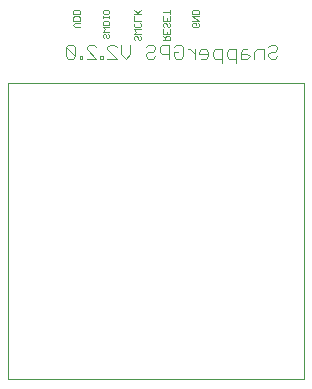
<source format=gbr>
G04 EAGLE Gerber RS-274X export*
G75*
%MOMM*%
%FSLAX34Y34*%
%LPD*%
%INSilkscreen Bottom*%
%IPPOS*%
%AMOC8*
5,1,8,0,0,1.08239X$1,22.5*%
G01*
%ADD10C,0.101600*%
%ADD11C,0.050800*%
%ADD12C,0.100000*%


D10*
X246840Y282190D02*
X248789Y284139D01*
X252687Y284139D01*
X254636Y282190D01*
X254636Y280241D01*
X252687Y278292D01*
X248789Y278292D01*
X246840Y276343D01*
X246840Y274394D01*
X248789Y272445D01*
X252687Y272445D01*
X254636Y274394D01*
X242942Y272445D02*
X242942Y280241D01*
X237095Y280241D01*
X235146Y278292D01*
X235146Y272445D01*
X229299Y280241D02*
X225401Y280241D01*
X223452Y278292D01*
X223452Y272445D01*
X229299Y272445D01*
X231248Y274394D01*
X229299Y276343D01*
X223452Y276343D01*
X219554Y280241D02*
X219554Y268547D01*
X219554Y280241D02*
X213707Y280241D01*
X211758Y278292D01*
X211758Y274394D01*
X213707Y272445D01*
X219554Y272445D01*
X207860Y268547D02*
X207860Y280241D01*
X202013Y280241D01*
X200064Y278292D01*
X200064Y274394D01*
X202013Y272445D01*
X207860Y272445D01*
X194217Y272445D02*
X190319Y272445D01*
X194217Y272445D02*
X196166Y274394D01*
X196166Y278292D01*
X194217Y280241D01*
X190319Y280241D01*
X188370Y278292D01*
X188370Y276343D01*
X196166Y276343D01*
X184472Y272445D02*
X184472Y280241D01*
X184472Y276343D02*
X180574Y280241D01*
X178625Y280241D01*
X168880Y284139D02*
X166931Y282190D01*
X168880Y284139D02*
X172778Y284139D01*
X174727Y282190D01*
X174727Y274394D01*
X172778Y272445D01*
X168880Y272445D01*
X166931Y274394D01*
X166931Y278292D01*
X170829Y278292D01*
X163033Y272445D02*
X163033Y284139D01*
X157186Y284139D01*
X155237Y282190D01*
X155237Y278292D01*
X157186Y276343D01*
X163033Y276343D01*
X145492Y284139D02*
X143543Y282190D01*
X145492Y284139D02*
X149390Y284139D01*
X151339Y282190D01*
X151339Y280241D01*
X149390Y278292D01*
X145492Y278292D01*
X143543Y276343D01*
X143543Y274394D01*
X145492Y272445D01*
X149390Y272445D01*
X151339Y274394D01*
X130136Y276437D02*
X130136Y284233D01*
X130136Y276437D02*
X126238Y272539D01*
X122340Y276437D01*
X122340Y284233D01*
X118442Y272539D02*
X110646Y272539D01*
X118442Y272539D02*
X110646Y280335D01*
X110646Y282284D01*
X112595Y284233D01*
X116493Y284233D01*
X118442Y282284D01*
X106748Y274488D02*
X106748Y272539D01*
X106748Y274488D02*
X104799Y274488D01*
X104799Y272539D01*
X106748Y272539D01*
X100901Y272539D02*
X93105Y272539D01*
X100901Y272539D02*
X93105Y280335D01*
X93105Y282284D01*
X95054Y284233D01*
X98952Y284233D01*
X100901Y282284D01*
X89207Y274488D02*
X89207Y272539D01*
X89207Y274488D02*
X87258Y274488D01*
X87258Y272539D01*
X89207Y272539D01*
X83360Y274488D02*
X83360Y282284D01*
X81411Y284233D01*
X77513Y284233D01*
X75564Y282284D01*
X75564Y274488D01*
X77513Y272539D01*
X81411Y272539D01*
X83360Y274488D01*
X75564Y282284D01*
D11*
X111472Y293437D02*
X112404Y292505D01*
X112404Y290641D01*
X111472Y289709D01*
X110540Y289709D01*
X109608Y290641D01*
X109608Y292505D01*
X108676Y293437D01*
X107743Y293437D01*
X106811Y292505D01*
X106811Y290641D01*
X107743Y289709D01*
X106811Y295322D02*
X112404Y295322D01*
X108676Y297186D02*
X106811Y295322D01*
X108676Y297186D02*
X106811Y299050D01*
X112404Y299050D01*
X112404Y300935D02*
X106811Y300935D01*
X106811Y303731D01*
X107743Y304664D01*
X111472Y304664D01*
X112404Y303731D01*
X112404Y300935D01*
X106811Y306548D02*
X106811Y308412D01*
X106811Y307480D02*
X112404Y307480D01*
X112404Y306548D02*
X112404Y308412D01*
X112404Y311222D02*
X112404Y313087D01*
X112404Y311222D02*
X111472Y310290D01*
X107743Y310290D01*
X106811Y311222D01*
X106811Y313087D01*
X107743Y314019D01*
X111472Y314019D01*
X112404Y313087D01*
X138072Y291566D02*
X139004Y290634D01*
X139004Y288770D01*
X138072Y287838D01*
X137140Y287838D01*
X136208Y288770D01*
X136208Y290634D01*
X135276Y291566D01*
X134343Y291566D01*
X133411Y290634D01*
X133411Y288770D01*
X134343Y287838D01*
X133411Y293451D02*
X139004Y293451D01*
X135276Y295315D02*
X133411Y293451D01*
X135276Y295315D02*
X133411Y297179D01*
X139004Y297179D01*
X139004Y301860D02*
X138072Y302793D01*
X139004Y301860D02*
X139004Y299996D01*
X138072Y299064D01*
X134343Y299064D01*
X133411Y299996D01*
X133411Y301860D01*
X134343Y302793D01*
X133411Y304677D02*
X139004Y304677D01*
X133411Y304677D02*
X133411Y308406D01*
X133411Y310290D02*
X139004Y310290D01*
X135276Y310290D02*
X139004Y314019D01*
X136208Y311222D02*
X133411Y314019D01*
X158011Y287838D02*
X163604Y287838D01*
X163604Y290634D01*
X162672Y291566D01*
X160808Y291566D01*
X159876Y290634D01*
X159876Y287838D01*
X159876Y289702D02*
X158011Y291566D01*
X163604Y293451D02*
X163604Y297179D01*
X163604Y293451D02*
X158011Y293451D01*
X158011Y297179D01*
X160808Y295315D02*
X160808Y293451D01*
X163604Y301860D02*
X162672Y302793D01*
X163604Y301860D02*
X163604Y299996D01*
X162672Y299064D01*
X161740Y299064D01*
X160808Y299996D01*
X160808Y301860D01*
X159876Y302793D01*
X158943Y302793D01*
X158011Y301860D01*
X158011Y299996D01*
X158943Y299064D01*
X163604Y304677D02*
X163604Y308406D01*
X163604Y304677D02*
X158011Y304677D01*
X158011Y308406D01*
X160808Y306541D02*
X160808Y304677D01*
X163604Y312154D02*
X158011Y312154D01*
X163604Y310290D02*
X163604Y314019D01*
X87330Y298870D02*
X83601Y298870D01*
X81737Y300734D01*
X83601Y302598D01*
X87330Y302598D01*
X87330Y304483D02*
X81737Y304483D01*
X81737Y307279D01*
X82669Y308211D01*
X86398Y308211D01*
X87330Y307279D01*
X87330Y304483D01*
X87330Y310096D02*
X81737Y310096D01*
X81737Y312892D01*
X82669Y313824D01*
X86398Y313824D01*
X87330Y312892D01*
X87330Y310096D01*
X187272Y302793D02*
X188204Y301860D01*
X188204Y299996D01*
X187272Y299064D01*
X183543Y299064D01*
X182611Y299996D01*
X182611Y301860D01*
X183543Y302793D01*
X185408Y302793D01*
X185408Y300928D01*
X188204Y304677D02*
X182611Y304677D01*
X182611Y308406D02*
X188204Y304677D01*
X188204Y308406D02*
X182611Y308406D01*
X182611Y310290D02*
X188204Y310290D01*
X182611Y310290D02*
X182611Y313087D01*
X183543Y314019D01*
X187272Y314019D01*
X188204Y313087D01*
X188204Y310290D01*
D12*
X277571Y252094D02*
X26571Y252094D01*
X26571Y1094D01*
X277571Y1094D01*
X277571Y252094D01*
M02*

</source>
